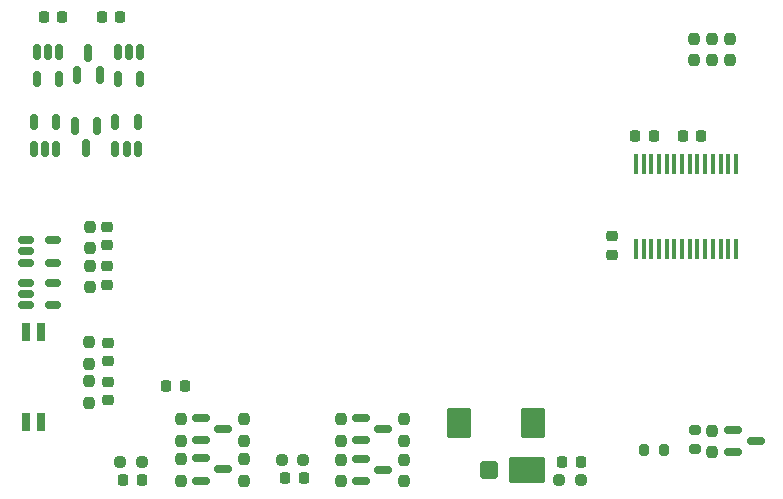
<source format=gtp>
%TF.GenerationSoftware,KiCad,Pcbnew,7.0.9*%
%TF.CreationDate,2024-12-01T07:09:43+09:00*%
%TF.ProjectId,raspi_comm_if_hat,72617370-695f-4636-9f6d-6d5f69665f68,rev?*%
%TF.SameCoordinates,PX5f5e100PY68e7780*%
%TF.FileFunction,Paste,Top*%
%TF.FilePolarity,Positive*%
%FSLAX46Y46*%
G04 Gerber Fmt 4.6, Leading zero omitted, Abs format (unit mm)*
G04 Created by KiCad (PCBNEW 7.0.9) date 2024-12-01 07:09:43*
%MOMM*%
%LPD*%
G01*
G04 APERTURE LIST*
G04 Aperture macros list*
%AMRoundRect*
0 Rectangle with rounded corners*
0 $1 Rounding radius*
0 $2 $3 $4 $5 $6 $7 $8 $9 X,Y pos of 4 corners*
0 Add a 4 corners polygon primitive as box body*
4,1,4,$2,$3,$4,$5,$6,$7,$8,$9,$2,$3,0*
0 Add four circle primitives for the rounded corners*
1,1,$1+$1,$2,$3*
1,1,$1+$1,$4,$5*
1,1,$1+$1,$6,$7*
1,1,$1+$1,$8,$9*
0 Add four rect primitives between the rounded corners*
20,1,$1+$1,$2,$3,$4,$5,0*
20,1,$1+$1,$4,$5,$6,$7,0*
20,1,$1+$1,$6,$7,$8,$9,0*
20,1,$1+$1,$8,$9,$2,$3,0*%
G04 Aperture macros list end*
%ADD10RoundRect,0.250000X1.300000X0.850000X-1.300000X0.850000X-1.300000X-0.850000X1.300000X-0.850000X0*%
%ADD11RoundRect,0.250000X0.500000X0.510000X-0.500000X0.510000X-0.500000X-0.510000X0.500000X-0.510000X0*%
%ADD12RoundRect,0.237500X-0.237500X0.250000X-0.237500X-0.250000X0.237500X-0.250000X0.237500X0.250000X0*%
%ADD13R,0.760000X1.600000*%
%ADD14RoundRect,0.150000X-0.587500X-0.150000X0.587500X-0.150000X0.587500X0.150000X-0.587500X0.150000X0*%
%ADD15RoundRect,0.237500X0.250000X0.237500X-0.250000X0.237500X-0.250000X-0.237500X0.250000X-0.237500X0*%
%ADD16RoundRect,0.225000X0.225000X0.250000X-0.225000X0.250000X-0.225000X-0.250000X0.225000X-0.250000X0*%
%ADD17RoundRect,0.150000X-0.512500X-0.150000X0.512500X-0.150000X0.512500X0.150000X-0.512500X0.150000X0*%
%ADD18RoundRect,0.225000X-0.225000X-0.250000X0.225000X-0.250000X0.225000X0.250000X-0.225000X0.250000X0*%
%ADD19RoundRect,0.225000X0.250000X-0.225000X0.250000X0.225000X-0.250000X0.225000X-0.250000X-0.225000X0*%
%ADD20RoundRect,0.218750X-0.256250X0.218750X-0.256250X-0.218750X0.256250X-0.218750X0.256250X0.218750X0*%
%ADD21RoundRect,0.218750X0.218750X0.256250X-0.218750X0.256250X-0.218750X-0.256250X0.218750X-0.256250X0*%
%ADD22RoundRect,0.150000X0.150000X-0.587500X0.150000X0.587500X-0.150000X0.587500X-0.150000X-0.587500X0*%
%ADD23RoundRect,0.250000X0.787500X1.025000X-0.787500X1.025000X-0.787500X-1.025000X0.787500X-1.025000X0*%
%ADD24RoundRect,0.150000X0.150000X-0.512500X0.150000X0.512500X-0.150000X0.512500X-0.150000X-0.512500X0*%
%ADD25RoundRect,0.150000X-0.150000X0.512500X-0.150000X-0.512500X0.150000X-0.512500X0.150000X0.512500X0*%
%ADD26RoundRect,0.200000X0.275000X-0.200000X0.275000X0.200000X-0.275000X0.200000X-0.275000X-0.200000X0*%
%ADD27RoundRect,0.150000X-0.150000X0.587500X-0.150000X-0.587500X0.150000X-0.587500X0.150000X0.587500X0*%
%ADD28RoundRect,0.200000X-0.200000X-0.275000X0.200000X-0.275000X0.200000X0.275000X-0.200000X0.275000X0*%
%ADD29R,0.450000X1.750000*%
G04 APERTURE END LIST*
D10*
%TO.C,D2*%
X44110000Y10100000D03*
D11*
X40890000Y10100000D03*
%TD*%
D12*
%TO.C,R11*%
X7062500Y17600000D03*
X7062500Y15775000D03*
%TD*%
D13*
%TO.C,SW2*%
X2985000Y21810000D03*
X1715000Y21810000D03*
X1715000Y14190000D03*
X2985000Y14190000D03*
%TD*%
D12*
%TO.C,R17*%
X20168750Y14412500D03*
X20168750Y12587500D03*
%TD*%
D14*
%TO.C,Q1*%
X61612500Y13500000D03*
X61612500Y11600000D03*
X63487500Y12550000D03*
%TD*%
D15*
%TO.C,R1*%
X48702500Y9260000D03*
X46877500Y9260000D03*
%TD*%
D12*
%TO.C,R16*%
X20168750Y11012500D03*
X20168750Y9187500D03*
%TD*%
D16*
%TO.C,C2*%
X9675000Y48450000D03*
X8125000Y48450000D03*
%TD*%
D14*
%TO.C,Q3*%
X16543750Y14500000D03*
X16543750Y12600000D03*
X18418750Y13550000D03*
%TD*%
D16*
%TO.C,C9*%
X25225000Y9450000D03*
X23675000Y9450000D03*
%TD*%
D17*
%TO.C,U3*%
X1762500Y29550000D03*
X1762500Y28600000D03*
X1762500Y27650000D03*
X4037500Y27650000D03*
X4037500Y29550000D03*
%TD*%
D12*
%TO.C,R2*%
X58300000Y46612500D03*
X58300000Y44787500D03*
%TD*%
D18*
%TO.C,C3*%
X13600000Y17250000D03*
X15150000Y17250000D03*
%TD*%
D19*
%TO.C,C6*%
X51300000Y28325000D03*
X51300000Y29875000D03*
%TD*%
D20*
%TO.C,D6*%
X8600000Y27375000D03*
X8600000Y25800000D03*
%TD*%
D21*
%TO.C,D1*%
X48687500Y10750000D03*
X47112500Y10750000D03*
%TD*%
D22*
%TO.C,U7*%
X6050000Y43562500D03*
X7950000Y43562500D03*
X7000000Y45437500D03*
%TD*%
D23*
%TO.C,C4*%
X44612500Y14100000D03*
X38387500Y14100000D03*
%TD*%
D12*
%TO.C,R9*%
X59837500Y13412500D03*
X59837500Y11587500D03*
%TD*%
D24*
%TO.C,U8*%
X2400000Y37300000D03*
X3350000Y37300000D03*
X4300000Y37300000D03*
X4300000Y39575000D03*
X2400000Y39575000D03*
%TD*%
D12*
%TO.C,R3*%
X59800000Y46612500D03*
X59800000Y44787500D03*
%TD*%
D14*
%TO.C,Q4*%
X30100000Y11050000D03*
X30100000Y9150000D03*
X31975000Y10100000D03*
%TD*%
D15*
%TO.C,R8*%
X25212500Y10950000D03*
X23387500Y10950000D03*
%TD*%
D12*
%TO.C,R14*%
X14818750Y14412500D03*
X14818750Y12587500D03*
%TD*%
%TO.C,R12*%
X7100000Y30712500D03*
X7100000Y28887500D03*
%TD*%
D17*
%TO.C,U2*%
X1762500Y25950000D03*
X1762500Y25000000D03*
X1762500Y24050000D03*
X4037500Y24050000D03*
X4037500Y25950000D03*
%TD*%
D12*
%TO.C,R18*%
X28387500Y14412500D03*
X28387500Y12587500D03*
%TD*%
D25*
%TO.C,U5*%
X11400000Y45450000D03*
X10450000Y45450000D03*
X9500000Y45450000D03*
X9500000Y43175000D03*
X11400000Y43175000D03*
%TD*%
D15*
%TO.C,R7*%
X11512500Y10750000D03*
X9687500Y10750000D03*
%TD*%
D12*
%TO.C,R21*%
X33687500Y14412500D03*
X33687500Y12587500D03*
%TD*%
%TO.C,R15*%
X14818750Y11012500D03*
X14818750Y9187500D03*
%TD*%
D14*
%TO.C,Q5*%
X30100000Y14500000D03*
X30100000Y12600000D03*
X31975000Y13550000D03*
%TD*%
D12*
%TO.C,R10*%
X7062500Y20900000D03*
X7062500Y19075000D03*
%TD*%
D20*
%TO.C,D3*%
X8662500Y20875000D03*
X8662500Y19300000D03*
%TD*%
D18*
%TO.C,C7*%
X53325000Y38400000D03*
X54875000Y38400000D03*
%TD*%
D16*
%TO.C,C8*%
X11525000Y9250000D03*
X9975000Y9250000D03*
%TD*%
D26*
%TO.C,R6*%
X58337500Y11850000D03*
X58337500Y13500000D03*
%TD*%
D12*
%TO.C,R4*%
X61300000Y46612500D03*
X61300000Y44787500D03*
%TD*%
D25*
%TO.C,U9*%
X4550000Y45500000D03*
X3600000Y45500000D03*
X2650000Y45500000D03*
X2650000Y43225000D03*
X4550000Y43225000D03*
%TD*%
D12*
%TO.C,R19*%
X28387500Y10962500D03*
X28387500Y9137500D03*
%TD*%
D14*
%TO.C,Q2*%
X16543750Y11100000D03*
X16543750Y9200000D03*
X18418750Y10150000D03*
%TD*%
D20*
%TO.C,D5*%
X8600000Y30687500D03*
X8600000Y29112500D03*
%TD*%
D24*
%TO.C,U4*%
X9300000Y37300000D03*
X10250000Y37300000D03*
X11200000Y37300000D03*
X11200000Y39575000D03*
X9300000Y39575000D03*
%TD*%
D27*
%TO.C,U6*%
X7750000Y39243750D03*
X5850000Y39243750D03*
X6800000Y37368750D03*
%TD*%
D28*
%TO.C,R5*%
X54075000Y11800000D03*
X55725000Y11800000D03*
%TD*%
D16*
%TO.C,C5*%
X58875000Y38400000D03*
X57325000Y38400000D03*
%TD*%
D20*
%TO.C,D4*%
X8662500Y17575000D03*
X8662500Y16000000D03*
%TD*%
D12*
%TO.C,R13*%
X7100000Y27400000D03*
X7100000Y25575000D03*
%TD*%
D18*
%TO.C,C1*%
X3225000Y48450000D03*
X4775000Y48450000D03*
%TD*%
D29*
%TO.C,U1*%
X53375000Y28800000D03*
X54025000Y28800000D03*
X54675000Y28800000D03*
X55325000Y28800000D03*
X55975000Y28800000D03*
X56625000Y28800000D03*
X57275000Y28800000D03*
X57925000Y28800000D03*
X58575000Y28800000D03*
X59225000Y28800000D03*
X59875000Y28800000D03*
X60525000Y28800000D03*
X61175000Y28800000D03*
X61825000Y28800000D03*
X61825000Y36000000D03*
X61175000Y36000000D03*
X60525000Y36000000D03*
X59875000Y36000000D03*
X59225000Y36000000D03*
X58575000Y36000000D03*
X57925000Y36000000D03*
X57275000Y36000000D03*
X56625000Y36000000D03*
X55975000Y36000000D03*
X55325000Y36000000D03*
X54675000Y36000000D03*
X54025000Y36000000D03*
X53375000Y36000000D03*
%TD*%
D12*
%TO.C,R20*%
X33687500Y10962500D03*
X33687500Y9137500D03*
%TD*%
M02*

</source>
